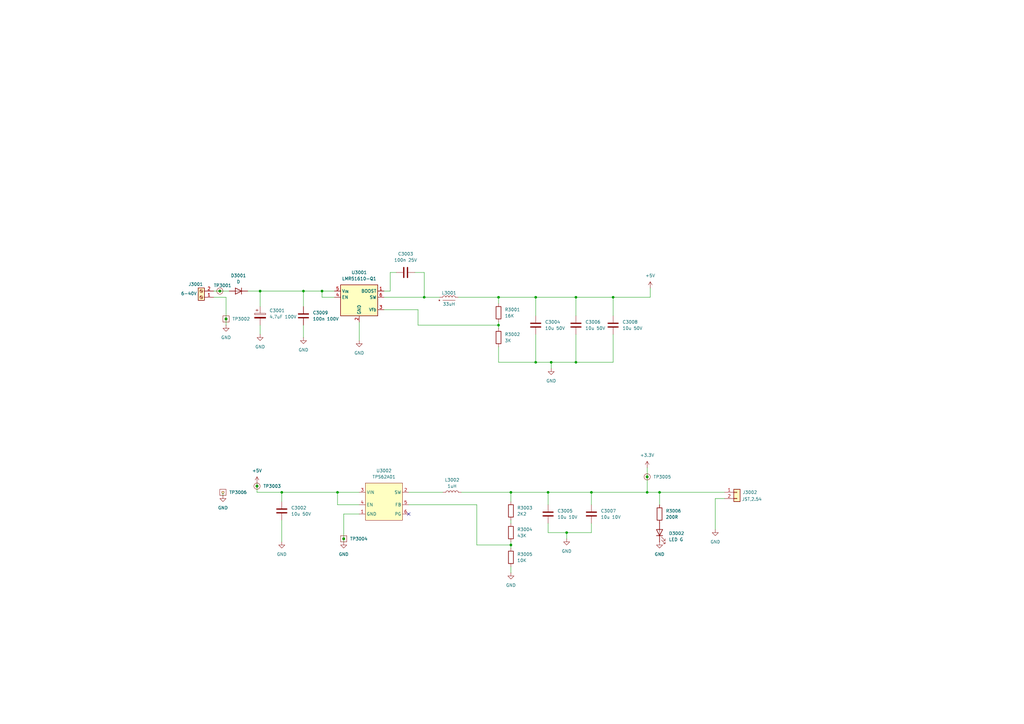
<source format=kicad_sch>
(kicad_sch (version 20231120) (generator "eeschema") (generator_version "8.0")
  (paper "A3")
  (title_block (title "BT_AD/DX") (rev "Rev:P1") (comment 1 "BT_0001-1"))
  (lib_symbols
    (symbol "Connector:Screw_Terminal_01x02" (pin_names (offset 1.016) hide)
      (property "Reference" "J" (at 0 2.54 0))
      (property "Value" "Screw_Terminal_01x02" (at 0 -5.08 0))
      (symbol "Screw_Terminal_01x02_1_1"
        (rectangle (start -1.27 1.27) (end 1.27 -3.81) (stroke (width 0.254)) (fill (type background)))
        (circle (center 0 -2.54) (radius 0.635) (stroke (width 0.1524)))
        (polyline (pts (xy -0.5334 -2.2098) (xy 0.3302 -3.048)) (stroke (width 0.1524)))
        (polyline (pts (xy -0.5334 0.3302) (xy 0.3302 -0.508)) (stroke (width 0.1524)))
        (polyline (pts (xy -0.3556 -2.032) (xy 0.508 -2.8702)) (stroke (width 0.1524)))
        (polyline (pts (xy -0.3556 0.508) (xy 0.508 -0.3302)) (stroke (width 0.1524)))
        (circle (center 0 0) (radius 0.635) (stroke (width 0.1524)))
        (pin passive line (at -5.08 0 0) (length 3.81) (name "Pin_1") (number "1"))
        (pin passive line (at -5.08 -2.54 0) (length 3.81) (name "Pin_2") (number "2"))
      )
    )
    (symbol "Device:C_Polarized" (pin_numbers hide) (pin_names (offset 0.254))
      (property "Reference" "C" (at 0.635 2.54 0))
      (property "Value" "C_Polarized" (at 0.635 -2.54 0))
      (symbol "C_Polarized_0_1"
        (rectangle (start -2.286 0.508) (end 2.286 1.016))
        (polyline (pts (xy -1.778 2.286) (xy -0.762 2.286)))
        (polyline (pts (xy -1.27 2.794) (xy -1.27 1.778)))
        (rectangle (start 2.286 -0.508) (end -2.286 -1.016) (fill (type outline)))
      )
      (symbol "C_Polarized_1_1"
        (pin passive line (at 0 3.81 270) (length 2.794) (name "~") (number "1"))
        (pin passive line (at 0 -3.81 90) (length 2.794) (name "~") (number "2"))
      )
    )
    (symbol "Device:D" (pin_numbers hide) (pin_names (offset 1.016) hide)
      (property "Reference" "D" (at 0 2.54 0))
      (property "Value" "D" (at 0 -2.54 0))
      (symbol "D_0_1"
        (polyline (pts (xy -1.27 1.27) (xy -1.27 -1.27)) (stroke (width 0.254)))
        (polyline (pts (xy 1.27 0) (xy -1.27 0)))
        (polyline (pts (xy 1.27 1.27) (xy 1.27 -1.27) (xy -1.27 0) (xy 1.27 1.27)) (stroke (width 0.254)))
      )
      (symbol "D_1_1"
        (pin passive line (at -3.81 0 0) (length 2.54) (name "K") (number "1"))
        (pin passive line (at 3.81 0 180) (length 2.54) (name "A") (number "2"))
      )
    )
    (symbol "bt_Inductors:L;1uH;3.1A;55m;S;0805" (pin_numbers hide) (pin_names (offset 1.016) hide)
      (property "Reference" "L" (at -1.27 0 90))
      (property "Value" "1uH" (at 1.905 0 90))
      (symbol "L;1uH;3.1A;55m;S;0805_0_1"
        (arc (start 0 -2.54) (mid 0.6323 -1.905) (end 0 -1.27))
        (arc (start 0 -1.27) (mid 0.6323 -0.635) (end 0 0))
        (arc (start 0 0) (mid 0.6323 0.635) (end 0 1.27))
        (arc (start 0 1.27) (mid 0.6323 1.905) (end 0 2.54))
      )
      (symbol "L;1uH;3.1A;55m;S;0805_1_1"
        (pin passive line (at 0 3.81 270) (length 1.27) (name "1") (number "1"))
        (pin passive line (at 0 -3.81 90) (length 1.27) (name "2") (number "2"))
      )
    )
    (symbol "bt_Inductors:L;33u;2,8;62m;S;" (pin_numbers hide) (pin_names (offset 1.016) hide)
      (property "Reference" "L" (at -2.286 0 90))
      (property "Value" "33uH" (at 1.905 0 90))
      (symbol "L;33u;2,8;62m;S;_0_1"
        (arc (start 0 -2.54) (mid 0.6323 -1.905) (end 0 -1.27))
        (arc (start 0 -1.27) (mid 0.6323 -0.635) (end 0 0))
        (polyline (pts (xy -1.27 2.54) (xy -1.27 -2.54)))
        (arc (start 0 0) (mid 0.6323 0.635) (end 0 1.27))
        (arc (start 0 1.27) (mid 0.6323 1.905) (end 0 2.54))
      )
      (symbol "L;33u;2,8;62m;S;_1_1"
        (text "*" (at -1.27 3.556 0) (effects (font (size 1.27 1.27))))
        (pin passive line (at 0 3.81 270) (length 1.27) (name "1") (number "1"))
        (pin passive line (at 0 -3.81 90) (length 1.27) (name "2") (number "2"))
      )
    )
    (symbol "bt_capacitor:C;M;100n;10p;100V;S;0603" (pin_numbers hide) (pin_names (offset 0.254))
      (property "Reference" "C" (at 0.635 2.54 0))
      (property "Value" "100n 100V" (at 4.635 -2.54 0))
      (symbol "C;M;100n;10p;100V;S;0603_0_1"
        (polyline (pts (xy -2.032 -0.762) (xy 2.032 -0.762)) (stroke (width 0.508)))
        (polyline (pts (xy -2.032 0.762) (xy 2.032 0.762)) (stroke (width 0.508)))
      )
      (symbol "C;M;100n;10p;100V;S;0603_1_1"
        (pin passive line (at 0 3.81 270) (length 2.794) (name "~") (number "1"))
        (pin passive line (at 0 -3.81 90) (length 2.794) (name "~") (number "2"))
      )
    )
    (symbol "bt_capacitor:C;M;100n;10p;25V;S;0603" (pin_numbers hide) (pin_names (offset 0.254))
      (property "Reference" "C" (at 0.635 2.54 0))
      (property "Value" "100n 25V" (at 4.635 -2.54 0))
      (symbol "C;M;100n;10p;25V;S;0603_0_1"
        (polyline (pts (xy -2.032 -0.762) (xy 2.032 -0.762)) (stroke (width 0.508)))
        (polyline (pts (xy -2.032 0.762) (xy 2.032 0.762)) (stroke (width 0.508)))
      )
      (symbol "C;M;100n;10p;25V;S;0603_1_1"
        (pin passive line (at 0 3.81 270) (length 2.794) (name "~") (number "1"))
        (pin passive line (at 0 -3.81 90) (length 2.794) (name "~") (number "2"))
      )
    )
    (symbol "bt_capacitor:C;M;10u;10p;10V;S;0603" (pin_numbers hide) (pin_names (offset 0.254))
      (property "Reference" "C" (at 0.635 2.54 0))
      (property "Value" "10u 10V" (at 4.635 -2.54 0))
      (symbol "C;M;10u;10p;10V;S;0603_0_1"
        (polyline (pts (xy -2.032 -0.762) (xy 2.032 -0.762)) (stroke (width 0.508)))
        (polyline (pts (xy -2.032 0.762) (xy 2.032 0.762)) (stroke (width 0.508)))
      )
      (symbol "C;M;10u;10p;10V;S;0603_1_1"
        (pin passive line (at 0 3.81 270) (length 2.794) (name "~") (number "1"))
        (pin passive line (at 0 -3.81 90) (length 2.794) (name "~") (number "2"))
      )
    )
    (symbol "bt_capacitor:C;M;10u;10p;50V;S;0603" (pin_numbers hide) (pin_names (offset 0.254))
      (property "Reference" "C" (at 0.635 2.54 0))
      (property "Value" "10u 50V" (at 4.635 -2.54 0))
      (symbol "C;M;10u;10p;50V;S;0603_0_1"
        (polyline (pts (xy -2.032 -0.762) (xy 2.032 -0.762)) (stroke (width 0.508)))
        (polyline (pts (xy -2.032 0.762) (xy 2.032 0.762)) (stroke (width 0.508)))
      )
      (symbol "C;M;10u;10p;50V;S;0603_1_1"
        (pin passive line (at 0 3.81 270) (length 2.794) (name "~") (number "1"))
        (pin passive line (at 0 -3.81 90) (length 2.794) (name "~") (number "2"))
      )
    )
    (symbol "bt_connector:M;JST;01x02;2.54" (pin_names (offset 1.016) hide)
      (property "Reference" "J" (at 0 2.54 0))
      (property "Value" "JST,2.54" (at 0 -5.08 0))
      (symbol "M;JST;01x02;2.54_1_1"
        (rectangle (start -1.27 -2.413) (end 0 -2.667) (stroke (width 0.1524)))
        (rectangle (start -1.27 0.127) (end 0 -0.127) (stroke (width 0.1524)))
        (rectangle (start -1.27 1.27) (end 1.27 -3.81) (stroke (width 0.254)) (fill (type background)))
        (pin passive line (at -5.08 0 0) (length 3.81) (name "Pin_1") (number "1"))
        (pin passive line (at -5.08 -2.54 0) (length 3.81) (name "Pin_2") (number "2"))
      )
    )
    (symbol "bt_misc:TestPoint_SQU" (pin_numbers hide) (pin_names (offset 0.762) hide)
      (property "Reference" "TP" (at 0 3.81 0))
      (symbol "TestPoint_SQU_0_1"
        (rectangle (start -1.27 1.27) (end 1.27 -1.27))
        (circle (center 0 0) (radius 0.508) (fill (type background)))
      )
      (symbol "TestPoint_SQU_1_1"
        (pin passive line (at 0 0 90) (length 0) (name "1") (number "1"))
      )
    )
    (symbol "bt_misc:TestPoint_THD" (pin_numbers hide) (pin_names (offset 0.762) hide)
      (property "Reference" "TP" (at 0 3.81 0))
      (symbol "TestPoint_THD_0_1"
        (circle (center 0 0) (radius 0.508) (fill (type background)))
        (circle (center 0 0) (radius 1.27))
      )
      (symbol "TestPoint_THD_1_1"
        (pin passive line (at 0 0 90) (length 0) (name "1") (number "1"))
      )
    )
    (symbol "bt_opto:D;LED;G;2V;25mA" (pin_numbers hide) (pin_names (offset 1.016) hide)
      (property "Reference" "D" (at 0 2.54 0))
      (property "Value" "LED G" (at 0 -2.54 0))
      (symbol "D;LED;G;2V;25mA_0_1"
        (polyline (pts (xy -1.27 -1.27) (xy -1.27 1.27)) (stroke (width 0.254)))
        (polyline (pts (xy -1.27 0) (xy 1.27 0)))
        (polyline (pts (xy 1.27 -1.27) (xy 1.27 1.27) (xy -1.27 0) (xy 1.27 -1.27)) (stroke (width 0.254)))
        (polyline (pts (xy -3.048 -0.762) (xy -4.572 -2.286) (xy -3.81 -2.286) (xy -4.572 -2.286) (xy -4.572 -1.524)))
        (polyline (pts (xy -1.778 -0.762) (xy -3.302 -2.286) (xy -2.54 -2.286) (xy -3.302 -2.286) (xy -3.302 -1.524)))
      )
      (symbol "D;LED;G;2V;25mA_1_1"
        (pin passive line (at -3.81 0 0) (length 2.54) (name "K") (number "1"))
        (pin passive line (at 3.81 0 180) (length 2.54) (name "A") (number "2"))
      )
    )
    (symbol "bt_power:LMR51610-Q1"
      (property "Reference" "U" (at -7.62 6.35 0))
      (property "Value" "LMR51610-Q1" (at 0 6.35 0))
      (symbol "LMR51610-Q1_0_1"
        (rectangle (start -7.62 5.08) (end 7.62 -7.62) (stroke (width 0.254)) (fill (type background)))
      )
      (symbol "LMR51610-Q1_1_1"
        (pin output line (at 10.16 2.54 180) (length 2.54) (name "BOOST") (number "1"))
        (pin power_in line (at 0 -10.16 90) (length 2.54) (name "GND") (number "2"))
        (pin input line (at 10.16 -5.08 180) (length 2.54) (name "Vfb") (number "3"))
        (pin input line (at -10.16 0 0) (length 2.54) (name "EN") (number "4"))
        (pin power_in line (at -10.16 2.54 0) (length 2.54) (name "V_{IN}") (number "5"))
        (pin output line (at 10.16 0 180) (length 2.54) (name "SW") (number "6"))
      )
    )
    (symbol "bt_power:TPS62A01"
      (property "Reference" "U" (at -6.35 7.62 0))
      (property "Value" "TPS62A01" (at -0.762 4.572 0))
      (symbol "TPS62A01_0_0"
        (pin power_in line (at -10.16 -6.35 0) (length 2.54) (name "GND") (number "1"))
        (pin power_out line (at 10.16 2.54 180) (length 2.54) (name "SW") (number "2"))
        (pin power_in line (at -10.16 2.54 0) (length 2.54) (name "VIN") (number "3"))
        (pin input line (at -10.16 -2.54 0) (length 2.54) (name "EN") (number "4"))
        (pin input line (at 10.16 -2.54 180) (length 2.54) (name "FB") (number "5"))
        (pin open_collector line (at 10.16 -6.35 180) (length 2.54) (name "PG") (number "6"))
      )
      (symbol "TPS62A01_0_1"
        (rectangle (start -7.62 6.35) (end 7.62 -8.89) (fill (type background)))
      )
    )
    (symbol "bt_resistors:R;G;10K;10P0;S;0603" (pin_numbers hide) (pin_names (offset 0))
      (property "Reference" "R" (at 2.032 0 90))
      (property "Value" "10K" (at 0 0 90))
      (symbol "R;G;10K;10P0;S;0603_0_1"
        (rectangle (start -1.016 -2.54) (end 1.016 2.54) (stroke (width 0.254)))
      )
      (symbol "R;G;10K;10P0;S;0603_1_1"
        (pin passive line (at 0 3.81 270) (length 1.27) (name "~") (number "1"))
        (pin passive line (at 0 -3.81 90) (length 1.27) (name "~") (number "2"))
      )
    )
    (symbol "bt_resistors:R;G;16K;10P0;S;0603" (pin_numbers hide) (pin_names (offset 0))
      (property "Reference" "R" (at 2.032 0 90))
      (property "Value" "16K" (at 0 0 90))
      (symbol "R;G;16K;10P0;S;0603_0_1"
        (rectangle (start -1.016 -2.54) (end 1.016 2.54) (stroke (width 0.254)))
      )
      (symbol "R;G;16K;10P0;S;0603_1_1"
        (pin passive line (at 0 3.81 270) (length 1.27) (name "~") (number "1"))
        (pin passive line (at 0 -3.81 90) (length 1.27) (name "~") (number "2"))
      )
    )
    (symbol "bt_resistors:R;G;200R;10P0;S;0603" (pin_numbers hide) (pin_names (offset 0))
      (property "Reference" "R" (at 2.032 0 90))
      (property "Value" "200R" (at 0 0 90))
      (symbol "R;G;200R;10P0;S;0603_0_1"
        (rectangle (start -1.016 -2.54) (end 1.016 2.54) (stroke (width 0.254)))
      )
      (symbol "R;G;200R;10P0;S;0603_1_1"
        (pin passive line (at 0 3.81 270) (length 1.27) (name "~") (number "1"))
        (pin passive line (at 0 -3.81 90) (length 1.27) (name "~") (number "2"))
      )
    )
    (symbol "bt_resistors:R;G;2K2;10P0;S;0603" (pin_numbers hide) (pin_names (offset 0))
      (property "Reference" "R" (at 2.032 0 90))
      (property "Value" "2K2" (at 0 0 90))
      (symbol "R;G;2K2;10P0;S;0603_0_1"
        (rectangle (start -1.016 -2.54) (end 1.016 2.54) (stroke (width 0.254)))
      )
      (symbol "R;G;2K2;10P0;S;0603_1_1"
        (pin passive line (at 0 3.81 270) (length 1.27) (name "~") (number "1"))
        (pin passive line (at 0 -3.81 90) (length 1.27) (name "~") (number "2"))
      )
    )
    (symbol "bt_resistors:R;G;3K;10P0;S;0603" (pin_numbers hide) (pin_names (offset 0))
      (property "Reference" "R" (at 2.032 0 90))
      (property "Value" "3K" (at 0 0 90))
      (symbol "R;G;3K;10P0;S;0603_0_1"
        (rectangle (start -1.016 -2.54) (end 1.016 2.54) (stroke (width 0.254)))
      )
      (symbol "R;G;3K;10P0;S;0603_1_1"
        (pin passive line (at 0 3.81 270) (length 1.27) (name "~") (number "1"))
        (pin passive line (at 0 -3.81 90) (length 1.27) (name "~") (number "2"))
      )
    )
    (symbol "bt_resistors:R;G;43K;10P0;S;0603" (pin_numbers hide) (pin_names (offset 0))
      (property "Reference" "R" (at 2.032 0 90))
      (property "Value" "43K" (at 0 0 90))
      (symbol "R;G;43K;10P0;S;0603_0_1"
        (rectangle (start -1.016 -2.54) (end 1.016 2.54) (stroke (width 0.254)))
      )
      (symbol "R;G;43K;10P0;S;0603_1_1"
        (pin passive line (at 0 3.81 270) (length 1.27) (name "~") (number "1"))
        (pin passive line (at 0 -3.81 90) (length 1.27) (name "~") (number "2"))
      )
    )
    (symbol "power:+3.3V" (power) (pin_numbers hide) (pin_names (offset 0) hide)
      (property "Value" "+3.3V" (at 0 3.556 0))
      (symbol "+3.3V_0_1"
        (polyline (pts (xy -0.762 1.27) (xy 0 2.54)))
        (polyline (pts (xy 0 0) (xy 0 2.54)))
        (polyline (pts (xy 0 2.54) (xy 0.762 1.27)))
      )
      (symbol "+3.3V_1_1"
        (pin power_in line (at 0 0 90) (length 0) (name "~") (number "1"))
      )
    )
    (symbol "power:+5V" (power) (pin_numbers hide) (pin_names (offset 0) hide)
      (property "Value" "+5V" (at 0 3.556 0))
      (symbol "+5V_0_1"
        (polyline (pts (xy -0.762 1.27) (xy 0 2.54)))
        (polyline (pts (xy 0 0) (xy 0 2.54)))
        (polyline (pts (xy 0 2.54) (xy 0.762 1.27)))
      )
      (symbol "+5V_1_1"
        (pin power_in line (at 0 0 90) (length 0) (name "~") (number "1"))
      )
    )
    (symbol "power:GND" (power) (pin_numbers hide) (pin_names (offset 0) hide)
      (property "Value" "GND" (at 0 -3.81 0))
      (symbol "GND_0_1"
        (polyline (pts (xy 0 0) (xy 0 -1.27) (xy 1.27 -1.27) (xy 0 -2.54) (xy -1.27 -1.27) (xy 0 -1.27)))
      )
      (symbol "GND_1_1"
        (pin power_in line (at 0 0 270) (length 0) (name "~") (number "1"))
      )
    )
  )
  (junction (at 90.17 119.38))
  (junction (at 106.68 119.38))
  (junction (at 204.47 133.35))
  (junction (at 132.08 119.38))
  (junction (at 236.22 148.59))
  (junction (at 265.43 195.58))
  (junction (at 270.51 201.93))
  (junction (at 204.47 121.92))
  (junction (at 232.41 218.44))
  (junction (at 236.22 121.92))
  (junction (at 224.79 201.93))
  (junction (at 219.71 148.59))
  (junction (at 209.55 201.93))
  (junction (at 138.43 201.93))
  (junction (at 209.55 223.52))
  (junction (at 140.97 220.98))
  (junction (at 226.06 148.59))
  (junction (at 124.46 119.38))
  (junction (at 219.71 121.92))
  (junction (at 265.43 201.93))
  (junction (at 173.99 121.92))
  (junction (at 242.57 201.93))
  (junction (at 92.71 130.81))
  (junction (at 251.46 121.92))
  (junction (at 115.57 201.93))
  (junction (at 105.41 199.39))
  (no_connect (at 167.64 210.82))
  (wire (pts (xy 242.57 214.63) (xy 242.57 218.44)))
  (wire (pts (xy 115.57 201.93) (xy 105.41 201.93)))
  (wire (pts (xy 219.71 137.16) (xy 219.71 148.59)))
  (wire (pts (xy 293.37 204.47) (xy 293.37 217.17)))
  (wire (pts (xy 132.08 121.92) (xy 132.08 119.38)))
  (wire (pts (xy 224.79 201.93) (xy 242.57 201.93)))
  (wire (pts (xy 204.47 133.35) (xy 171.45 133.35)))
  (wire (pts (xy 124.46 133.35) (xy 124.46 138.43)))
  (wire (pts (xy 209.55 201.93) (xy 224.79 201.93)))
  (wire (pts (xy 124.46 119.38) (xy 124.46 125.73)))
  (wire (pts (xy 219.71 148.59) (xy 226.06 148.59)))
  (wire (pts (xy 132.08 119.38) (xy 137.16 119.38)))
  (wire (pts (xy 209.55 201.93) (xy 209.55 205.74)))
  (wire (pts (xy 147.32 201.93) (xy 138.43 201.93)))
  (wire (pts (xy 147.32 210.82) (xy 140.97 210.82)))
  (wire (pts (xy 171.45 127) (xy 157.48 127)))
  (wire (pts (xy 236.22 137.16) (xy 236.22 148.59)))
  (wire (pts (xy 106.68 133.35) (xy 106.68 137.16)))
  (wire (pts (xy 106.68 119.38) (xy 124.46 119.38)))
  (wire (pts (xy 105.41 199.39) (xy 105.41 201.93)))
  (wire (pts (xy 171.45 133.35) (xy 171.45 127)))
  (wire (pts (xy 160.02 111.76) (xy 162.56 111.76)))
  (wire (pts (xy 137.16 121.92) (xy 132.08 121.92)))
  (wire (pts (xy 219.71 121.92) (xy 219.71 129.54)))
  (wire (pts (xy 251.46 137.16) (xy 251.46 148.59)))
  (wire (pts (xy 224.79 214.63) (xy 224.79 218.44)))
  (wire (pts (xy 195.58 207.01) (xy 167.64 207.01)))
  (wire (pts (xy 204.47 121.92) (xy 219.71 121.92)))
  (wire (pts (xy 106.68 119.38) (xy 106.68 125.73)))
  (wire (pts (xy 173.99 111.76) (xy 173.99 121.92)))
  (wire (pts (xy 236.22 121.92) (xy 236.22 129.54)))
  (wire (pts (xy 265.43 201.93) (xy 270.51 201.93)))
  (wire (pts (xy 115.57 213.36) (xy 115.57 222.25)))
  (wire (pts (xy 87.63 119.38) (xy 90.17 119.38)))
  (wire (pts (xy 157.48 119.38) (xy 160.02 119.38)))
  (wire (pts (xy 209.55 213.36) (xy 209.55 214.63)))
  (wire (pts (xy 265.43 191.77) (xy 265.43 195.58)))
  (wire (pts (xy 226.06 148.59) (xy 236.22 148.59)))
  (wire (pts (xy 147.32 132.08) (xy 147.32 139.7)))
  (wire (pts (xy 209.55 223.52) (xy 195.58 223.52)))
  (wire (pts (xy 204.47 142.24) (xy 204.47 148.59)))
  (wire (pts (xy 138.43 207.01) (xy 138.43 201.93)))
  (wire (pts (xy 251.46 121.92) (xy 266.7 121.92)))
  (wire (pts (xy 160.02 119.38) (xy 160.02 111.76)))
  (wire (pts (xy 92.71 121.92) (xy 92.71 130.81)))
  (wire (pts (xy 226.06 148.59) (xy 226.06 151.13)))
  (wire (pts (xy 209.55 232.41) (xy 209.55 234.95)))
  (wire (pts (xy 232.41 218.44) (xy 232.41 220.98)))
  (wire (pts (xy 170.18 111.76) (xy 173.99 111.76)))
  (wire (pts (xy 91.44 201.93) (xy 91.44 203.2)))
  (wire (pts (xy 297.18 204.47) (xy 293.37 204.47)))
  (wire (pts (xy 204.47 148.59) (xy 219.71 148.59)))
  (wire (pts (xy 236.22 121.92) (xy 251.46 121.92)))
  (wire (pts (xy 265.43 195.58) (xy 265.43 201.93)))
  (wire (pts (xy 209.55 222.25) (xy 209.55 223.52)))
  (wire (pts (xy 189.23 201.93) (xy 209.55 201.93)))
  (wire (pts (xy 115.57 201.93) (xy 115.57 205.74)))
  (wire (pts (xy 224.79 201.93) (xy 224.79 207.01)))
  (wire (pts (xy 242.57 201.93) (xy 242.57 207.01)))
  (wire (pts (xy 105.41 198.12) (xy 105.41 199.39)))
  (wire (pts (xy 232.41 218.44) (xy 242.57 218.44)))
  (wire (pts (xy 224.79 218.44) (xy 232.41 218.44)))
  (wire (pts (xy 209.55 223.52) (xy 209.55 224.79)))
  (wire (pts (xy 101.6 119.38) (xy 106.68 119.38)))
  (wire (pts (xy 204.47 132.08) (xy 204.47 133.35)))
  (wire (pts (xy 236.22 148.59) (xy 251.46 148.59)))
  (wire (pts (xy 140.97 220.98) (xy 140.97 222.25)))
  (wire (pts (xy 204.47 121.92) (xy 204.47 124.46)))
  (wire (pts (xy 266.7 118.11) (xy 266.7 121.92)))
  (wire (pts (xy 270.51 201.93) (xy 297.18 201.93)))
  (wire (pts (xy 270.51 201.93) (xy 270.51 207.01)))
  (wire (pts (xy 242.57 201.93) (xy 265.43 201.93)))
  (wire (pts (xy 157.48 121.92) (xy 173.99 121.92)))
  (wire (pts (xy 140.97 210.82) (xy 140.97 220.98)))
  (wire (pts (xy 251.46 121.92) (xy 251.46 129.54)))
  (wire (pts (xy 124.46 119.38) (xy 132.08 119.38)))
  (wire (pts (xy 147.32 207.01) (xy 138.43 207.01)))
  (wire (pts (xy 173.99 121.92) (xy 180.34 121.92)))
  (wire (pts (xy 87.63 121.92) (xy 92.71 121.92)))
  (wire (pts (xy 167.64 201.93) (xy 181.61 201.93)))
  (wire (pts (xy 187.96 121.92) (xy 204.47 121.92)))
  (wire (pts (xy 195.58 223.52) (xy 195.58 207.01)))
  (wire (pts (xy 90.17 119.38) (xy 93.98 119.38)))
  (wire (pts (xy 219.71 121.92) (xy 236.22 121.92)))
  (wire (pts (xy 92.71 130.81) (xy 92.71 133.35)))
  (wire (pts (xy 204.47 133.35) (xy 204.47 134.62)))
  (wire (pts (xy 138.43 201.93) (xy 115.57 201.93)))
  (symbol (lib_id "power:+5V") (at 105.41 198.12 0) (unit 1)
    (property "Reference" "#PWR03002" (effects (hide yes)))
    (property "Value" "+5V" (at 105.41 193.04 0))
    (property "Description" "Power symbol creates a global label with name \"+5V\"" (effects (hide yes)))
  )
  (symbol (lib_id "bt_resistors:R;G;3K;10P0;S;0603") (at 204.47 138.43 0) (unit 1)
    (property "Reference" "R3002" (at 207.01 137.1599 0) (effects (justify left)))
    (property "Value" "3K" (at 207.01 139.6999 0) (effects (justify left)))
    (property "Footprint" "Resistor_SMD:R_0603_1608Metric" (effects (hide yes)))
    (property "Description" "Resistor" (effects (hide yes)))
    (property "MPN" "R;G;3K;10P0;S;0603" (effects (hide yes)))
    (property "CPN" "BT00002-30030" (effects (hide yes)))
  )
  (symbol (lib_id "bt_capacitor:C;M;10u;10p;50V;S;0603") (at 219.71 133.35 0) (unit 1)
    (property "Reference" "C3004" (at 223.52 132.0799 0) (effects (justify left)))
    (property "Value" "10u 50V" (at 223.52 134.6199 0) (effects (justify left)))
    (property "Footprint" "Capacitor_SMD:C_0603_1608Metric" (effects (hide yes)))
    (property "Description" "Capacitor" (effects (hide yes)))
    (property "MPN" "C;M;10u;10p;50V;S;0603" (effects (hide yes)))
    (property "CPN" "BT00007-060100" (effects (hide yes)))
  )
  (symbol (lib_id "bt_resistors:R;G;10K;10P0;S;0603") (at 209.55 228.6 0) (unit 1)
    (property "Reference" "R3005" (at 212.09 227.3299 0) (effects (justify left)))
    (property "Value" "10K" (at 212.09 229.8699 0) (effects (justify left)))
    (property "Footprint" "Resistor_SMD:R_0603_1608Metric" (effects (hide yes)))
    (property "Description" "Resistor" (effects (hide yes)))
    (property "MPN" "R;G;10K;10P0;S;0603" (effects (hide yes)))
    (property "CPN" "BT00002-30100" (effects (hide yes)))
  )
  (symbol (lib_id "power:GND") (at 209.55 234.95 0) (unit 1)
    (property "Reference" "#PWR03007" (effects (hide yes)))
    (property "Value" "GND" (at 209.55 240.03 0))
    (property "Description" "Power symbol creates a global label with name \"GND\" , ground" (effects (hide yes)))
  )
  (symbol (lib_id "bt_opto:D;LED;G;2V;25mA") (at 270.51 218.44 90) (unit 1)
    (property "Reference" "D3002" (at 274.32 218.7574 90) (effects (justify right)))
    (property "Value" "LED G" (at 274.32 221.2974 90) (effects (justify right)))
    (property "Footprint" "LED_SMD:LED_0603_1608Metric" (effects (hide yes)))
    (property "Description" "Light emitting diode" (effects (hide yes)))
    (property "CPN" "BT13001-00001" (effects (hide yes)))
    (property "MPN" "D;LED;R;3V;25mA" (effects (hide yes)))
    (property "SMT" "y" (effects (hide yes)))
  )
  (symbol (lib_id "bt_resistors:R;G;2K2;10P0;S;0603") (at 209.55 209.55 0) (unit 1)
    (property "Reference" "R3003" (at 212.09 208.2799 0) (effects (justify left)))
    (property "Value" "2K2" (at 212.09 210.8199 0) (effects (justify left)))
    (property "Footprint" "Resistor_SMD:R_0603_1608Metric" (effects (hide yes)))
    (property "Description" "Resistor" (effects (hide yes)))
    (property "MPN" "R;G;2K2;10P0;S;0603" (effects (hide yes)))
    (property "CPN" "BT00002-30022" (effects (hide yes)))
  )
  (symbol (lib_id "power:+5V") (at 266.7 118.11 0) (unit 1)
    (property "Reference" "#PWR03011" (effects (hide yes)))
    (property "Value" "+5V" (at 266.7 113.03 0))
    (property "Description" "Power symbol creates a global label with name \"+5V\"" (effects (hide yes)))
  )
  (symbol (lib_id "Device:C_Polarized") (at 106.68 129.54 0) (unit 1)
    (property "Reference" "C3001" (at 110.49 127.3809 0) (effects (justify left)))
    (property "Value" "4,7uF 100V" (at 110.49 129.9209 0) (effects (justify left)))
    (property "Footprint" "Capacitor_SMD:CP_Elec_4x3" (effects (hide yes)))
    (property "Description" "Polarized capacitor" (effects (hide yes)))
  )
  (symbol (lib_id "bt_misc:TestPoint_SQU") (at 140.97 220.98 0) (unit 1)
    (property "Reference" "TP3004" (at 143.51 220.9799 0) (effects (justify left)))
    (property "Value" "TestPoint" (effects (hide yes)))
    (property "Footprint" "TestPoint:TestPoint_THTPad_1.0x1.0mm_Drill0.5mm" (effects (hide yes)))
    (property "Description" "test point" (effects (hide yes)))
  )
  (symbol (lib_id "bt_resistors:R;G;200R;10P0;S;0603") (at 270.51 210.82 180) (unit 1)
    (property "Reference" "R3006" (at 273.05 209.5499 0) (effects (justify right)))
    (property "Value" "200R" (at 273.05 212.0899 0) (effects (justify right)))
    (property "Footprint" "Resistor_SMD:R_0603_1608Metric" (effects (hide yes)))
    (property "Description" "Resistor" (effects (hide yes)))
    (property "MPN" "R;G;200R;10P0;S;0603" (effects (hide yes)))
    (property "CPN" "BT00002-02000" (effects (hide yes)))
  )
  (symbol (lib_id "bt_misc:TestPoint_THD") (at 105.41 199.39 0) (unit 1)
    (property "Reference" "TP3003" (at 107.95 199.3899 0) (effects (justify left)))
    (property "Value" "TestPoint" (effects (hide yes)))
    (property "Footprint" "TestPoint:TestPoint_THTPad_D1.0mm_Drill0.5mm" (effects (hide yes)))
    (property "Description" "test point" (effects (hide yes)))
  )
  (symbol (lib_id "power:GND") (at 232.41 220.98 0) (unit 1)
    (property "Reference" "#PWR03009" (effects (hide yes)))
    (property "Value" "GND" (at 232.41 226.06 0))
    (property "Description" "Power symbol creates a global label with name \"GND\" , ground" (effects (hide yes)))
  )
  (symbol (lib_id "power:GND") (at 115.57 222.25 0) (unit 1)
    (property "Reference" "#PWR03004" (effects (hide yes)))
    (property "Value" "GND" (at 115.57 227.33 0))
    (property "Description" "Power symbol creates a global label with name \"GND\" , ground" (effects (hide yes)))
  )
  (symbol (lib_id "bt_capacitor:C;M;10u;10p;50V;S;0603") (at 236.22 133.35 0) (unit 1)
    (property "Reference" "C3006" (at 240.03 132.0799 0) (effects (justify left)))
    (property "Value" "10u 50V" (at 240.03 134.6199 0) (effects (justify left)))
    (property "Footprint" "Capacitor_SMD:C_0603_1608Metric" (effects (hide yes)))
    (property "Description" "Capacitor" (effects (hide yes)))
    (property "MPN" "C;M;10u;10p;50V;S;0603" (effects (hide yes)))
    (property "CPN" "BT00007-060100" (effects (hide yes)))
  )
  (symbol (lib_id "bt_resistors:R;G;16K;10P0;S;0603") (at 204.47 128.27 0) (unit 1)
    (property "Reference" "R3001" (at 207.01 126.9999 0) (effects (justify left)))
    (property "Value" "16K" (at 207.01 129.5399 0) (effects (justify left)))
    (property "Footprint" "Resistor_SMD:R_0603_1608Metric" (effects (hide yes)))
    (property "Description" "Resistor" (effects (hide yes)))
    (property "MPN" "R;G;16K;10P0;S;0603" (effects (hide yes)))
    (property "CPN" "BT00002-30160" (effects (hide yes)))
  )
  (symbol (lib_id "power:GND") (at 106.68 137.16 0) (unit 1)
    (property "Reference" "#PWR03003" (effects (hide yes)))
    (property "Value" "GND" (at 106.68 142.24 0))
    (property "Description" "Power symbol creates a global label with name \"GND\" , ground" (effects (hide yes)))
  )
  (symbol (lib_id "bt_capacitor:C;M;100n;10p;100V;S;0603") (at 124.46 129.54 0) (unit 1)
    (property "Reference" "C3009" (at 128.27 128.2699 0) (effects (justify left)))
    (property "Value" "100n 100V" (at 128.27 130.8099 0) (effects (justify left)))
    (property "Footprint" "Capacitor_SMD:C_0603_1608Metric" (effects (hide yes)))
    (property "Description" "Capacitor" (effects (hide yes)))
    (property "MPN" "C;M;100n;10p;100V;S;0603" (effects (hide yes)))
    (property "CPN" "BT00013-090680" (effects (hide yes)))
  )
  (symbol (lib_id "bt_capacitor:C;M;10u;10p;50V;S;0603") (at 115.57 209.55 0) (unit 1)
    (property "Reference" "C3002" (at 119.38 208.2799 0) (effects (justify left)))
    (property "Value" "10u 50V" (at 119.38 210.8199 0) (effects (justify left)))
    (property "Footprint" "Capacitor_SMD:C_0603_1608Metric" (effects (hide yes)))
    (property "Description" "Capacitor" (effects (hide yes)))
    (property "MPN" "C;M;10u;10p;50V;S;0603" (effects (hide yes)))
    (property "CPN" "BT00007-060100" (effects (hide yes)))
  )
  (symbol (lib_id "Connector:Screw_Terminal_01x02") (at 82.55 121.92 180) (unit 1)
    (property "Reference" "J3001" (at 80.264 116.586 0))
    (property "Value" "6-40V" (at 77.47 120.396 0))
    (property "Footprint" "Connector_Samtec_HPM_THT:Samtec_HPM-02-01-x-S_Straight_1x02_Pitch5.08mm" (effects (hide yes)))
    (property "Description" "Generic screw terminal, single row, 01x02, script generated (kicad-library-utils/schlib/autogen/connector/)" (effects (hide yes)))
  )
  (symbol (lib_id "bt_power:LMR51610-Q1") (at 147.32 121.92 0) (unit 1)
    (property "Reference" "U3001" (at 147.32 111.76 0))
    (property "Value" "LMR51610-Q1" (at 147.32 114.3 0))
    (property "Footprint" "Package_TO_SOT_SMD:SOT-23-6" (effects (hide yes)))
    (property "Datasheet" "https://www.ti.com/lit/ds/symlink/lmr51610-q1.pdf?ts=1726560244239&ref_url=https%253A%252F%252Fwww.ti.com%252Fproduct%252FLMR51610-Q1" (effects (hide yes)))
    (property "Description" "1A, 4 to 65V Input, High Voltage Input integrated switch step-down regulator, SOT-23-6" (effects (hide yes)))
    (property "CPN" "BT03009-00001" (effects (hide yes)))
    (property "MPN" "LMR51610-Q1" (effects (hide yes)))
    (property "SMT" "y" (effects (hide yes)))
  )
  (symbol (lib_id "bt_capacitor:C;M;10u;10p;10V;S;0603") (at 242.57 210.82 0) (unit 1)
    (property "Reference" "C3007" (at 246.38 209.5499 0) (effects (justify left)))
    (property "Value" "10u 10V" (at 246.38 212.0899 0) (effects (justify left)))
    (property "Footprint" "Capacitor_SMD:C_0603_1608Metric" (effects (hide yes)))
    (property "Description" "Capacitor" (effects (hide yes)))
    (property "MPN" "C;M;10u;10p;10V;S;0603" (effects (hide yes)))
    (property "CPN" "BT00010-060100" (effects (hide yes)))
  )
  (symbol (lib_id "power:GND") (at 270.51 222.25 0) (unit 1)
    (property "Reference" "#PWR03012" (effects (hide yes)))
    (property "Value" "GND" (at 270.51 227.33 0))
    (property "Description" "Power symbol creates a global label with name \"GND\" , ground" (effects (hide yes)))
  )
  (symbol (lib_id "bt_misc:TestPoint_THD") (at 90.17 119.38 0) (unit 1)
    (property "Reference" "TP3001" (at 87.63 117.094 0) (effects (justify left)))
    (property "Value" "TestPoint" (effects (hide yes)))
    (property "Footprint" "TestPoint:TestPoint_THTPad_D1.0mm_Drill0.5mm" (effects (hide yes)))
    (property "Description" "test point" (effects (hide yes)))
  )
  (symbol (lib_id "bt_capacitor:C;M;100n;10p;25V;S;0603") (at 166.37 111.76 90) (unit 1)
    (property "Reference" "C3003" (at 166.37 104.14 90))
    (property "Value" "100n 25V" (at 166.37 106.68 90))
    (property "Footprint" "Capacitor_SMD:C_0603_1608Metric" (effects (hide yes)))
    (property "Description" "Capacitor" (effects (hide yes)))
    (property "MPN" "C;M;100n;10p;25V;S;0603" (effects (hide yes)))
    (property "CPN" "BT00008-090680" (effects (hide yes)))
  )
  (symbol (lib_id "bt_capacitor:C;M;10u;10p;50V;S;0603") (at 251.46 133.35 0) (unit 1)
    (property "Reference" "C3008" (at 255.27 132.0799 0) (effects (justify left)))
    (property "Value" "10u 50V" (at 255.27 134.6199 0) (effects (justify left)))
    (property "Footprint" "Capacitor_SMD:C_0603_1608Metric" (effects (hide yes)))
    (property "Description" "Capacitor" (effects (hide yes)))
    (property "MPN" "C;M;10u;10p;50V;S;0603" (effects (hide yes)))
    (property "CPN" "BT00007-060100" (effects (hide yes)))
  )
  (symbol (lib_id "bt_capacitor:C;M;10u;10p;10V;S;0603") (at 224.79 210.82 0) (unit 1)
    (property "Reference" "C3005" (at 228.6 209.5499 0) (effects (justify left)))
    (property "Value" "10u 10V" (at 228.6 212.0899 0) (effects (justify left)))
    (property "Footprint" "Capacitor_SMD:C_0603_1608Metric" (effects (hide yes)))
    (property "Description" "Capacitor" (effects (hide yes)))
    (property "MPN" "C;M;10u;10p;10V;S;0603" (effects (hide yes)))
    (property "CPN" "BT00010-060100" (effects (hide yes)))
  )
  (symbol (lib_id "power:GND") (at 147.32 139.7 0) (unit 1)
    (property "Reference" "#PWR03006" (effects (hide yes)))
    (property "Value" "GND" (at 147.32 144.78 0))
    (property "Description" "Power symbol creates a global label with name \"GND\" , ground" (effects (hide yes)))
  )
  (symbol (lib_id "bt_resistors:R;G;43K;10P0;S;0603") (at 209.55 218.44 0) (unit 1)
    (property "Reference" "R3004" (at 212.09 217.1699 0) (effects (justify left)))
    (property "Value" "43K" (at 212.09 219.7099 0) (effects (justify left)))
    (property "Footprint" "Resistor_SMD:R_0603_1608Metric" (effects (hide yes)))
    (property "Description" "Resistor" (effects (hide yes)))
    (property "MPN" "R;G;43K;10P0;S;0603" (effects (hide yes)))
    (property "CPN" "BT00002-30430" (effects (hide yes)))
  )
  (symbol (lib_id "Device:D") (at 97.79 119.38 180) (unit 1)
    (property "Reference" "D3001" (at 97.79 113.03 0))
    (property "Value" "D" (at 97.79 115.57 0))
    (property "Footprint" "Diode_SMD:D_0805_2012Metric" (effects (hide yes)))
    (property "Description" "Diode" (effects (hide yes)))
    (property "Sim.Device" "D" (effects (hide yes)))
    (property "Sim.Pins" "1=K 2=A" (effects (hide yes)))
  )
  (symbol (lib_id "power:GND") (at 91.44 203.2 0) (unit 1)
    (property "Reference" "#PWR03014" (effects (hide yes)))
    (property "Value" "GND" (at 91.44 208.28 0))
    (property "Description" "Power symbol creates a global label with name \"GND\" , ground" (effects (hide yes)))
  )
  (symbol (lib_id "power:GND") (at 140.97 222.25 0) (unit 1)
    (property "Reference" "#PWR03005" (effects (hide yes)))
    (property "Value" "GND" (at 140.97 227.33 0))
    (property "Description" "Power symbol creates a global label with name \"GND\" , ground" (effects (hide yes)))
  )
  (symbol (lib_id "bt_power:TPS62A01") (at 157.48 204.47 0) (unit 1)
    (property "Reference" "U3002" (at 157.48 193.04 0))
    (property "Value" "TPS62A01" (at 157.48 195.58 0))
    (property "Footprint" "Package_TO_SOT_SMD:SOT-563" (effects (hide yes)))
    (property "Description" "TPS62A01 1A SOT-563" (effects (hide yes)))
    (property "CPN" "BT03005-00001" (effects (hide yes)))
    (property "MPN" "TPS62A01" (effects (hide yes)))
  )
  (symbol (lib_id "power:GND") (at 226.06 151.13 0) (unit 1)
    (property "Reference" "#PWR03008" (effects (hide yes)))
    (property "Value" "GND" (at 226.06 156.21 0))
    (property "Description" "Power symbol creates a global label with name \"GND\" , ground" (effects (hide yes)))
  )
  (symbol (lib_id "power:GND") (at 293.37 217.17 0) (unit 1)
    (property "Reference" "#PWR03015" (effects (hide yes)))
    (property "Value" "GND" (at 293.37 222.25 0))
    (property "Description" "Power symbol creates a global label with name \"GND\" , ground" (effects (hide yes)))
  )
  (symbol (lib_id "power:GND") (at 124.46 138.43 0) (unit 1)
    (property "Reference" "#PWR03013" (effects (hide yes)))
    (property "Value" "GND" (at 124.46 143.51 0))
    (property "Description" "Power symbol creates a global label with name \"GND\" , ground" (effects (hide yes)))
  )
  (symbol (lib_id "bt_Inductors:L;33u;2,8;62m;S;") (at 184.15 121.92 90) (unit 1)
    (property "Reference" "L3001" (at 184.15 120.142 90))
    (property "Value" "33uH" (at 184.15 124.714 90))
    (property "Footprint" "Inductor_SMD:L_Bourns_SRR1208_12.7x12.7mm" (effects (hide yes)))
    (property "Datasheet" "https://www.mouser.se/datasheet/2/54/srr1208-1391332.pdf" (effects (hide yes)))
    (property "Description" "Inductor 33uH 3.1A 62m" (effects (hide yes)))
    (property "CPN" "BT00201-33028" (effects (hide yes)))
    (property "MPN" "SRR1208-330YL" (effects (hide yes)))
  )
  (symbol (lib_id "bt_Inductors:L;1uH;3.1A;55m;S;0805") (at 185.42 201.93 90) (unit 1)
    (property "Reference" "L3002" (at 185.42 196.85 90))
    (property "Value" "1uH" (at 185.42 199.39 90))
    (property "Footprint" "Inductor_SMD:L_0805_2012Metric" (effects (hide yes)))
    (property "Description" "Inductor 1uH 3.1A 55m" (effects (hide yes)))
    (property "CPN" "BT00200-00001" (effects (hide yes)))
    (property "MPN" "CIGT201208EH1R0MNE" (effects (hide yes)))
  )
  (symbol (lib_id "bt_connector:M;JST;01x02;2.54") (at 302.26 201.93 0) (unit 1)
    (property "Reference" "J3002" (at 304.546 201.93 0) (effects (justify left)))
    (property "Value" "JST,2.54" (at 304.292 204.724 0) (effects (justify left)))
    (property "Footprint" "Connector_JST:JST_EH_B2B-EH-A_1x02_P2.50mm_Vertical" (effects (hide yes)))
    (property "Description" "Generic connector, single row, 01x02, script generated (kicad-library-utils/schlib/autogen/connector/)" (effects (hide yes)))
    (property "CPN" "BT10003-00002" (effects (hide yes)))
    (property "MPN" "JST 2 pin" (effects (hide yes)))
    (property "SMT" "n" (effects (hide yes)))
  )
  (symbol (lib_id "bt_misc:TestPoint_SQU") (at 91.44 201.93 0) (unit 1)
    (property "Reference" "TP3006" (at 93.98 201.9299 0) (effects (justify left)))
    (property "Value" "TestPoint" (effects (hide yes)))
    (property "Footprint" "TestPoint:TestPoint_THTPad_1.0x1.0mm_Drill0.5mm" (effects (hide yes)))
    (property "Description" "test point" (effects (hide yes)))
  )
  (symbol (lib_id "bt_misc:TestPoint_THD") (at 265.43 195.58 0) (unit 1)
    (property "Reference" "TP3005" (at 267.97 195.5799 0) (effects (justify left)))
    (property "Value" "TestPoint" (effects (hide yes)))
    (property "Footprint" "TestPoint:TestPoint_THTPad_D1.0mm_Drill0.5mm" (effects (hide yes)))
    (property "Description" "test point" (effects (hide yes)))
  )
  (symbol (lib_id "power:GND") (at 92.71 133.35 0) (unit 1)
    (property "Reference" "#PWR03001" (effects (hide yes)))
    (property "Value" "GND" (at 92.71 138.43 0))
    (property "Description" "Power symbol creates a global label with name \"GND\" , ground" (effects (hide yes)))
  )
  (symbol (lib_id "bt_misc:TestPoint_SQU") (at 92.71 130.81 0) (unit 1)
    (property "Reference" "TP3002" (at 95.25 130.8099 0) (effects (justify left)))
    (property "Value" "TestPoint" (effects (hide yes)))
    (property "Footprint" "TestPoint:TestPoint_THTPad_1.0x1.0mm_Drill0.5mm" (effects (hide yes)))
    (property "Description" "test point" (effects (hide yes)))
  )
  (symbol (lib_id "power:+3.3V") (at 265.43 191.77 0) (unit 1)
    (property "Reference" "#PWR03010" (effects (hide yes)))
    (property "Value" "+3.3V" (at 265.43 186.69 0))
    (property "Description" "Power symbol creates a global label with name \"+3.3V\"" (effects (hide yes)))
  )
)
</source>
